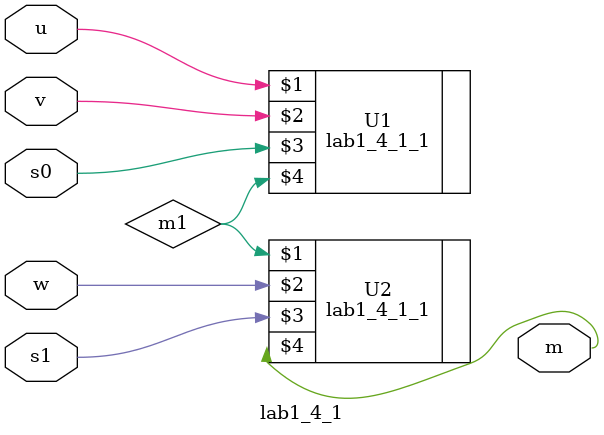
<source format=v>
`timescale 1ns / 1ps


module lab1_4_1(
    input u,
    input v,
    input w,
    input s0,
    input s1,
    output m
    );
    wire m1;
    lab1_4_1_1 U1(u,v,s0,m1);
    lab1_4_1_1 U2(m1,w,s1,m);
endmodule

</source>
